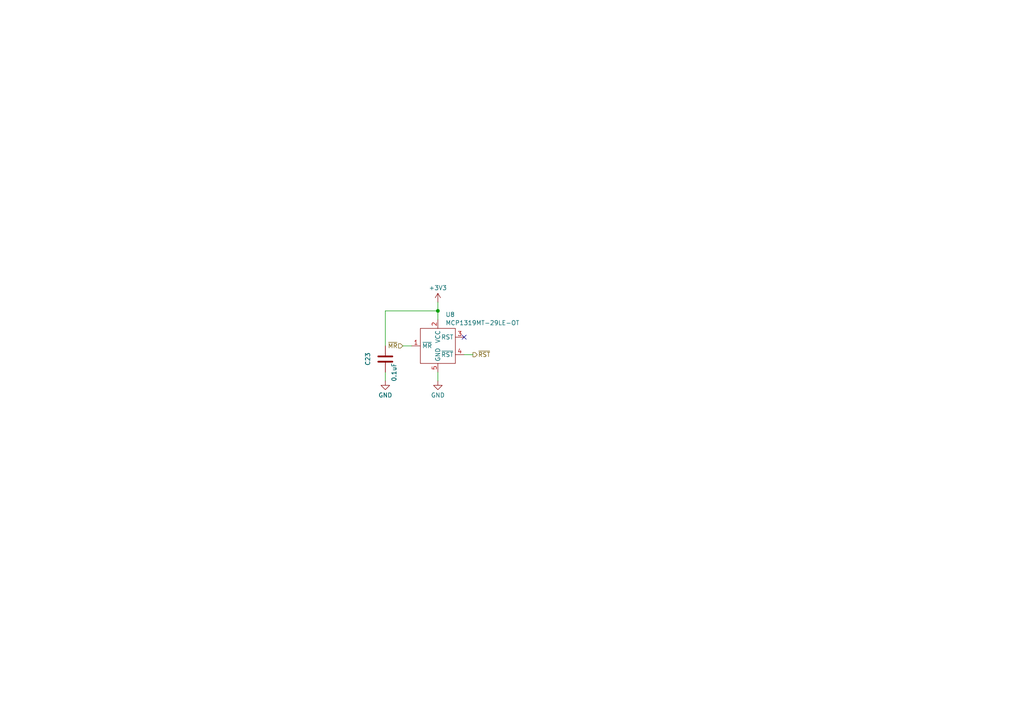
<source format=kicad_sch>
(kicad_sch (version 20231120) (generator "eeschema") (generator_version "8.0")
  (paper "A4")
  (title_block (title "Voltage Supervisor") (date "2024-05-30") (rev "0.1"))
  (lib_symbols
    (symbol "Device:C" (pin_numbers hide) (pin_names (offset 0.254))
      (property "Reference" "C" (at 0.635 2.54 0))
      (property "Value" "C" (at 0.635 -2.54 0))
      (symbol "C_0_1"
        (polyline (pts (xy -2.032 -0.762) (xy 2.032 -0.762)) (stroke (width 0.508)))
        (polyline (pts (xy -2.032 0.762) (xy 2.032 0.762)) (stroke (width 0.508)))
      )
      (symbol "C_1_1"
        (pin passive line (at 0 3.81 270) (length 2.794) (name "~") (number "1"))
        (pin passive line (at 0 -3.81 90) (length 2.794) (name "~") (number "2"))
      )
    )
    (symbol "custom_symbols:MCP1319MT-29LE-OT"
      (property "Reference" "K" (at 2.794 4.826 0))
      (symbol "MCP1319MT-29LE-OT_0_1"
        (rectangle (start -5.08 3.81) (end 5.08 -6.35))
      )
      (symbol "MCP1319MT-29LE-OT_1_1"
        (pin input line (at -7.62 -1.27 0) (length 2.54) (name "~{MR}") (number "1"))
        (pin power_in line (at 0 6.35 270) (length 2.54) (name "VCC") (number "2"))
        (pin output line (at 7.62 1.27 180) (length 2.54) (name "RST") (number "3"))
        (pin output line (at 7.62 -3.81 180) (length 2.54) (name "~{RST}") (number "4"))
        (pin power_in line (at 0 -8.89 90) (length 2.54) (name "GND") (number "5"))
      )
    )
    (symbol "power:+3V3" (power) (pin_numbers hide) (pin_names (offset 0) hide)
      (property "Value" "+3V3" (at 0 3.556 0))
      (symbol "+3V3_0_1"
        (polyline (pts (xy -0.762 1.27) (xy 0 2.54)))
        (polyline (pts (xy 0 0) (xy 0 2.54)))
        (polyline (pts (xy 0 2.54) (xy 0.762 1.27)))
      )
      (symbol "+3V3_1_1"
        (pin power_in line (at 0 0 90) (length 0) (name "~") (number "1"))
      )
    )
    (symbol "power:GND" (power) (pin_numbers hide) (pin_names (offset 0) hide)
      (property "Value" "GND" (at 0 -3.81 0))
      (symbol "GND_0_1"
        (polyline (pts (xy 0 0) (xy 0 -1.27) (xy 1.27 -1.27) (xy 0 -2.54) (xy -1.27 -1.27) (xy 0 -1.27)))
      )
      (symbol "GND_1_1"
        (pin power_in line (at 0 0 270) (length 0) (name "~") (number "1"))
      )
    )
  )
  (junction (at 127 90.17))
  (no_connect (at 134.62 97.79))
  (wire (pts (xy 127 90.17) (xy 127 92.71)))
  (wire (pts (xy 127 90.17) (xy 127 87.63)))
  (wire (pts (xy 111.76 90.17) (xy 111.76 100.33)))
  (wire (pts (xy 137.16 102.87) (xy 134.62 102.87)))
  (wire (pts (xy 111.76 107.95) (xy 111.76 110.49)))
  (wire (pts (xy 111.76 90.17) (xy 127 90.17)))
  (wire (pts (xy 116.84 100.33) (xy 119.38 100.33)))
  (wire (pts (xy 127 110.49) (xy 127 107.95)))
  (hierarchical_label "~{RST}" (shape output) (at 137.16 102.87 0))
  (hierarchical_label "~{MR}" (shape input) (at 116.84 100.33 180))
  (symbol (lib_id "power:+3V3") (at 127 87.63 0) (unit 1)
    (property "Reference" "#PWR066" (effects (hide yes)))
    (property "Value" "+3V3" (at 127 83.4969 0))
    (property "Description" "Power symbol creates a global label with name \"+3V3\"" (effects (hide yes)))
  )
  (symbol (lib_id "Device:C") (at 111.76 104.14 180) (unit 1)
    (property "Reference" "C23" (at 106.68 104.14 90))
    (property "Value" "0.1uF" (at 114.3 107.95 90))
    (property "Footprint" "Capacitor_SMD:C_0805_2012Metric" (effects (hide yes)))
    (property "Description" "Unpolarized capacitor" (effects (hide yes)))
  )
  (symbol (lib_id "custom_symbols:MCP1319MT-29LE-OT") (at 127 99.06 0) (unit 1)
    (property "Reference" "U8" (at 129.1941 91.2325 0) (effects (justify left)))
    (property "Value" "MCP1319MT-29LE-OT" (at 129.1941 93.6568 0) (effects (justify left)))
    (property "Footprint" "Package_TO_SOT_SMD:SOT-23-5" (effects (hide yes)))
    (property "Datasheet" "https://ww1.microchip.com/downloads/en/DeviceDoc/MCP131X-2X-Voltage-Supervisor-DS20001985E.pdf" (effects (hide yes)))
    (property "Description" "Microcontroller supervisory circuit, SOIC-8" (effects (hide yes)))
  )
  (symbol (lib_id "power:GND") (at 127 110.49 0) (unit 1)
    (property "Reference" "#PWR067" (effects (hide yes)))
    (property "Value" "GND" (at 127 114.6231 0))
    (property "Description" "Power symbol creates a global label with name \"GND\" , ground" (effects (hide yes)))
  )
  (symbol (lib_id "power:GND") (at 111.76 110.49 0) (unit 1)
    (property "Reference" "#PWR065" (effects (hide yes)))
    (property "Value" "GND" (at 111.76 114.6231 0))
    (property "Description" "Power symbol creates a global label with name \"GND\" , ground" (effects (hide yes)))
  )
)
</source>
